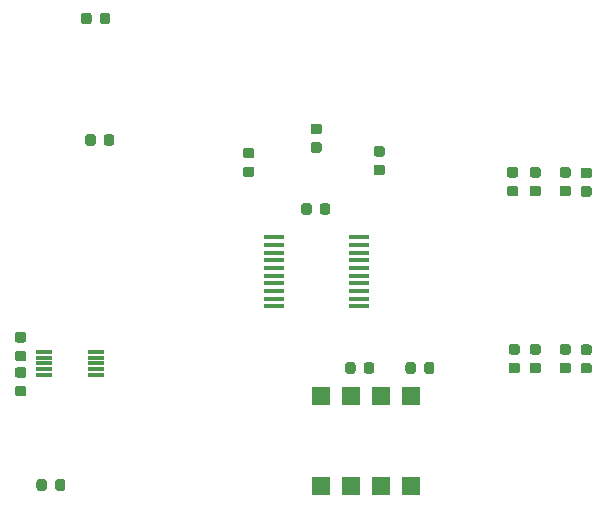
<source format=gbp>
G04 #@! TF.GenerationSoftware,KiCad,Pcbnew,(5.0.2)-1*
G04 #@! TF.CreationDate,2019-02-15T13:53:22+00:00*
G04 #@! TF.ProjectId,panel,70616e65-6c2e-46b6-9963-61645f706362,rev?*
G04 #@! TF.SameCoordinates,Original*
G04 #@! TF.FileFunction,Paste,Bot*
G04 #@! TF.FilePolarity,Positive*
%FSLAX46Y46*%
G04 Gerber Fmt 4.6, Leading zero omitted, Abs format (unit mm)*
G04 Created by KiCad (PCBNEW (5.0.2)-1) date 15/02/2019 13:53:22*
%MOMM*%
%LPD*%
G01*
G04 APERTURE LIST*
%ADD10C,0.100000*%
%ADD11C,0.875000*%
%ADD12R,1.750000X0.450000*%
%ADD13R,1.600000X1.600000*%
%ADD14R,1.400000X0.300000*%
G04 APERTURE END LIST*
D10*
G04 #@! TO.C,4k1*
G36*
X149820191Y-64155553D02*
X149841426Y-64158703D01*
X149862250Y-64163919D01*
X149882462Y-64171151D01*
X149901868Y-64180330D01*
X149920281Y-64191366D01*
X149937524Y-64204154D01*
X149953430Y-64218570D01*
X149967846Y-64234476D01*
X149980634Y-64251719D01*
X149991670Y-64270132D01*
X150000849Y-64289538D01*
X150008081Y-64309750D01*
X150013297Y-64330574D01*
X150016447Y-64351809D01*
X150017500Y-64373250D01*
X150017500Y-64810750D01*
X150016447Y-64832191D01*
X150013297Y-64853426D01*
X150008081Y-64874250D01*
X150000849Y-64894462D01*
X149991670Y-64913868D01*
X149980634Y-64932281D01*
X149967846Y-64949524D01*
X149953430Y-64965430D01*
X149937524Y-64979846D01*
X149920281Y-64992634D01*
X149901868Y-65003670D01*
X149882462Y-65012849D01*
X149862250Y-65020081D01*
X149841426Y-65025297D01*
X149820191Y-65028447D01*
X149798750Y-65029500D01*
X149286250Y-65029500D01*
X149264809Y-65028447D01*
X149243574Y-65025297D01*
X149222750Y-65020081D01*
X149202538Y-65012849D01*
X149183132Y-65003670D01*
X149164719Y-64992634D01*
X149147476Y-64979846D01*
X149131570Y-64965430D01*
X149117154Y-64949524D01*
X149104366Y-64932281D01*
X149093330Y-64913868D01*
X149084151Y-64894462D01*
X149076919Y-64874250D01*
X149071703Y-64853426D01*
X149068553Y-64832191D01*
X149067500Y-64810750D01*
X149067500Y-64373250D01*
X149068553Y-64351809D01*
X149071703Y-64330574D01*
X149076919Y-64309750D01*
X149084151Y-64289538D01*
X149093330Y-64270132D01*
X149104366Y-64251719D01*
X149117154Y-64234476D01*
X149131570Y-64218570D01*
X149147476Y-64204154D01*
X149164719Y-64191366D01*
X149183132Y-64180330D01*
X149202538Y-64171151D01*
X149222750Y-64163919D01*
X149243574Y-64158703D01*
X149264809Y-64155553D01*
X149286250Y-64154500D01*
X149798750Y-64154500D01*
X149820191Y-64155553D01*
X149820191Y-64155553D01*
G37*
D11*
X149542500Y-64592000D03*
D10*
G36*
X149820191Y-65730553D02*
X149841426Y-65733703D01*
X149862250Y-65738919D01*
X149882462Y-65746151D01*
X149901868Y-65755330D01*
X149920281Y-65766366D01*
X149937524Y-65779154D01*
X149953430Y-65793570D01*
X149967846Y-65809476D01*
X149980634Y-65826719D01*
X149991670Y-65845132D01*
X150000849Y-65864538D01*
X150008081Y-65884750D01*
X150013297Y-65905574D01*
X150016447Y-65926809D01*
X150017500Y-65948250D01*
X150017500Y-66385750D01*
X150016447Y-66407191D01*
X150013297Y-66428426D01*
X150008081Y-66449250D01*
X150000849Y-66469462D01*
X149991670Y-66488868D01*
X149980634Y-66507281D01*
X149967846Y-66524524D01*
X149953430Y-66540430D01*
X149937524Y-66554846D01*
X149920281Y-66567634D01*
X149901868Y-66578670D01*
X149882462Y-66587849D01*
X149862250Y-66595081D01*
X149841426Y-66600297D01*
X149820191Y-66603447D01*
X149798750Y-66604500D01*
X149286250Y-66604500D01*
X149264809Y-66603447D01*
X149243574Y-66600297D01*
X149222750Y-66595081D01*
X149202538Y-66587849D01*
X149183132Y-66578670D01*
X149164719Y-66567634D01*
X149147476Y-66554846D01*
X149131570Y-66540430D01*
X149117154Y-66524524D01*
X149104366Y-66507281D01*
X149093330Y-66488868D01*
X149084151Y-66469462D01*
X149076919Y-66449250D01*
X149071703Y-66428426D01*
X149068553Y-66407191D01*
X149067500Y-66385750D01*
X149067500Y-65948250D01*
X149068553Y-65926809D01*
X149071703Y-65905574D01*
X149076919Y-65884750D01*
X149084151Y-65864538D01*
X149093330Y-65845132D01*
X149104366Y-65826719D01*
X149117154Y-65809476D01*
X149131570Y-65793570D01*
X149147476Y-65779154D01*
X149164719Y-65766366D01*
X149183132Y-65755330D01*
X149202538Y-65746151D01*
X149222750Y-65738919D01*
X149243574Y-65733703D01*
X149264809Y-65730553D01*
X149286250Y-65729500D01*
X149798750Y-65729500D01*
X149820191Y-65730553D01*
X149820191Y-65730553D01*
G37*
D11*
X149542500Y-66167000D03*
G04 #@! TD*
D10*
G04 #@! TO.C,4k2*
G36*
X149820191Y-80716553D02*
X149841426Y-80719703D01*
X149862250Y-80724919D01*
X149882462Y-80732151D01*
X149901868Y-80741330D01*
X149920281Y-80752366D01*
X149937524Y-80765154D01*
X149953430Y-80779570D01*
X149967846Y-80795476D01*
X149980634Y-80812719D01*
X149991670Y-80831132D01*
X150000849Y-80850538D01*
X150008081Y-80870750D01*
X150013297Y-80891574D01*
X150016447Y-80912809D01*
X150017500Y-80934250D01*
X150017500Y-81371750D01*
X150016447Y-81393191D01*
X150013297Y-81414426D01*
X150008081Y-81435250D01*
X150000849Y-81455462D01*
X149991670Y-81474868D01*
X149980634Y-81493281D01*
X149967846Y-81510524D01*
X149953430Y-81526430D01*
X149937524Y-81540846D01*
X149920281Y-81553634D01*
X149901868Y-81564670D01*
X149882462Y-81573849D01*
X149862250Y-81581081D01*
X149841426Y-81586297D01*
X149820191Y-81589447D01*
X149798750Y-81590500D01*
X149286250Y-81590500D01*
X149264809Y-81589447D01*
X149243574Y-81586297D01*
X149222750Y-81581081D01*
X149202538Y-81573849D01*
X149183132Y-81564670D01*
X149164719Y-81553634D01*
X149147476Y-81540846D01*
X149131570Y-81526430D01*
X149117154Y-81510524D01*
X149104366Y-81493281D01*
X149093330Y-81474868D01*
X149084151Y-81455462D01*
X149076919Y-81435250D01*
X149071703Y-81414426D01*
X149068553Y-81393191D01*
X149067500Y-81371750D01*
X149067500Y-80934250D01*
X149068553Y-80912809D01*
X149071703Y-80891574D01*
X149076919Y-80870750D01*
X149084151Y-80850538D01*
X149093330Y-80831132D01*
X149104366Y-80812719D01*
X149117154Y-80795476D01*
X149131570Y-80779570D01*
X149147476Y-80765154D01*
X149164719Y-80752366D01*
X149183132Y-80741330D01*
X149202538Y-80732151D01*
X149222750Y-80724919D01*
X149243574Y-80719703D01*
X149264809Y-80716553D01*
X149286250Y-80715500D01*
X149798750Y-80715500D01*
X149820191Y-80716553D01*
X149820191Y-80716553D01*
G37*
D11*
X149542500Y-81153000D03*
D10*
G36*
X149820191Y-79141553D02*
X149841426Y-79144703D01*
X149862250Y-79149919D01*
X149882462Y-79157151D01*
X149901868Y-79166330D01*
X149920281Y-79177366D01*
X149937524Y-79190154D01*
X149953430Y-79204570D01*
X149967846Y-79220476D01*
X149980634Y-79237719D01*
X149991670Y-79256132D01*
X150000849Y-79275538D01*
X150008081Y-79295750D01*
X150013297Y-79316574D01*
X150016447Y-79337809D01*
X150017500Y-79359250D01*
X150017500Y-79796750D01*
X150016447Y-79818191D01*
X150013297Y-79839426D01*
X150008081Y-79860250D01*
X150000849Y-79880462D01*
X149991670Y-79899868D01*
X149980634Y-79918281D01*
X149967846Y-79935524D01*
X149953430Y-79951430D01*
X149937524Y-79965846D01*
X149920281Y-79978634D01*
X149901868Y-79989670D01*
X149882462Y-79998849D01*
X149862250Y-80006081D01*
X149841426Y-80011297D01*
X149820191Y-80014447D01*
X149798750Y-80015500D01*
X149286250Y-80015500D01*
X149264809Y-80014447D01*
X149243574Y-80011297D01*
X149222750Y-80006081D01*
X149202538Y-79998849D01*
X149183132Y-79989670D01*
X149164719Y-79978634D01*
X149147476Y-79965846D01*
X149131570Y-79951430D01*
X149117154Y-79935524D01*
X149104366Y-79918281D01*
X149093330Y-79899868D01*
X149084151Y-79880462D01*
X149076919Y-79860250D01*
X149071703Y-79839426D01*
X149068553Y-79818191D01*
X149067500Y-79796750D01*
X149067500Y-79359250D01*
X149068553Y-79337809D01*
X149071703Y-79316574D01*
X149076919Y-79295750D01*
X149084151Y-79275538D01*
X149093330Y-79256132D01*
X149104366Y-79237719D01*
X149117154Y-79220476D01*
X149131570Y-79204570D01*
X149147476Y-79190154D01*
X149164719Y-79177366D01*
X149183132Y-79166330D01*
X149202538Y-79157151D01*
X149222750Y-79149919D01*
X149243574Y-79144703D01*
X149264809Y-79141553D01*
X149286250Y-79140500D01*
X149798750Y-79140500D01*
X149820191Y-79141553D01*
X149820191Y-79141553D01*
G37*
D11*
X149542500Y-79578000D03*
G04 #@! TD*
D10*
G04 #@! TO.C,4k3*
G36*
X147280191Y-80716553D02*
X147301426Y-80719703D01*
X147322250Y-80724919D01*
X147342462Y-80732151D01*
X147361868Y-80741330D01*
X147380281Y-80752366D01*
X147397524Y-80765154D01*
X147413430Y-80779570D01*
X147427846Y-80795476D01*
X147440634Y-80812719D01*
X147451670Y-80831132D01*
X147460849Y-80850538D01*
X147468081Y-80870750D01*
X147473297Y-80891574D01*
X147476447Y-80912809D01*
X147477500Y-80934250D01*
X147477500Y-81371750D01*
X147476447Y-81393191D01*
X147473297Y-81414426D01*
X147468081Y-81435250D01*
X147460849Y-81455462D01*
X147451670Y-81474868D01*
X147440634Y-81493281D01*
X147427846Y-81510524D01*
X147413430Y-81526430D01*
X147397524Y-81540846D01*
X147380281Y-81553634D01*
X147361868Y-81564670D01*
X147342462Y-81573849D01*
X147322250Y-81581081D01*
X147301426Y-81586297D01*
X147280191Y-81589447D01*
X147258750Y-81590500D01*
X146746250Y-81590500D01*
X146724809Y-81589447D01*
X146703574Y-81586297D01*
X146682750Y-81581081D01*
X146662538Y-81573849D01*
X146643132Y-81564670D01*
X146624719Y-81553634D01*
X146607476Y-81540846D01*
X146591570Y-81526430D01*
X146577154Y-81510524D01*
X146564366Y-81493281D01*
X146553330Y-81474868D01*
X146544151Y-81455462D01*
X146536919Y-81435250D01*
X146531703Y-81414426D01*
X146528553Y-81393191D01*
X146527500Y-81371750D01*
X146527500Y-80934250D01*
X146528553Y-80912809D01*
X146531703Y-80891574D01*
X146536919Y-80870750D01*
X146544151Y-80850538D01*
X146553330Y-80831132D01*
X146564366Y-80812719D01*
X146577154Y-80795476D01*
X146591570Y-80779570D01*
X146607476Y-80765154D01*
X146624719Y-80752366D01*
X146643132Y-80741330D01*
X146662538Y-80732151D01*
X146682750Y-80724919D01*
X146703574Y-80719703D01*
X146724809Y-80716553D01*
X146746250Y-80715500D01*
X147258750Y-80715500D01*
X147280191Y-80716553D01*
X147280191Y-80716553D01*
G37*
D11*
X147002500Y-81153000D03*
D10*
G36*
X147280191Y-79141553D02*
X147301426Y-79144703D01*
X147322250Y-79149919D01*
X147342462Y-79157151D01*
X147361868Y-79166330D01*
X147380281Y-79177366D01*
X147397524Y-79190154D01*
X147413430Y-79204570D01*
X147427846Y-79220476D01*
X147440634Y-79237719D01*
X147451670Y-79256132D01*
X147460849Y-79275538D01*
X147468081Y-79295750D01*
X147473297Y-79316574D01*
X147476447Y-79337809D01*
X147477500Y-79359250D01*
X147477500Y-79796750D01*
X147476447Y-79818191D01*
X147473297Y-79839426D01*
X147468081Y-79860250D01*
X147460849Y-79880462D01*
X147451670Y-79899868D01*
X147440634Y-79918281D01*
X147427846Y-79935524D01*
X147413430Y-79951430D01*
X147397524Y-79965846D01*
X147380281Y-79978634D01*
X147361868Y-79989670D01*
X147342462Y-79998849D01*
X147322250Y-80006081D01*
X147301426Y-80011297D01*
X147280191Y-80014447D01*
X147258750Y-80015500D01*
X146746250Y-80015500D01*
X146724809Y-80014447D01*
X146703574Y-80011297D01*
X146682750Y-80006081D01*
X146662538Y-79998849D01*
X146643132Y-79989670D01*
X146624719Y-79978634D01*
X146607476Y-79965846D01*
X146591570Y-79951430D01*
X146577154Y-79935524D01*
X146564366Y-79918281D01*
X146553330Y-79899868D01*
X146544151Y-79880462D01*
X146536919Y-79860250D01*
X146531703Y-79839426D01*
X146528553Y-79818191D01*
X146527500Y-79796750D01*
X146527500Y-79359250D01*
X146528553Y-79337809D01*
X146531703Y-79316574D01*
X146536919Y-79295750D01*
X146544151Y-79275538D01*
X146553330Y-79256132D01*
X146564366Y-79237719D01*
X146577154Y-79220476D01*
X146591570Y-79204570D01*
X146607476Y-79190154D01*
X146624719Y-79177366D01*
X146643132Y-79166330D01*
X146662538Y-79157151D01*
X146682750Y-79149919D01*
X146703574Y-79144703D01*
X146724809Y-79141553D01*
X146746250Y-79140500D01*
X147258750Y-79140500D01*
X147280191Y-79141553D01*
X147280191Y-79141553D01*
G37*
D11*
X147002500Y-79578000D03*
G04 #@! TD*
D10*
G04 #@! TO.C,4k7*
G36*
X147280191Y-65730553D02*
X147301426Y-65733703D01*
X147322250Y-65738919D01*
X147342462Y-65746151D01*
X147361868Y-65755330D01*
X147380281Y-65766366D01*
X147397524Y-65779154D01*
X147413430Y-65793570D01*
X147427846Y-65809476D01*
X147440634Y-65826719D01*
X147451670Y-65845132D01*
X147460849Y-65864538D01*
X147468081Y-65884750D01*
X147473297Y-65905574D01*
X147476447Y-65926809D01*
X147477500Y-65948250D01*
X147477500Y-66385750D01*
X147476447Y-66407191D01*
X147473297Y-66428426D01*
X147468081Y-66449250D01*
X147460849Y-66469462D01*
X147451670Y-66488868D01*
X147440634Y-66507281D01*
X147427846Y-66524524D01*
X147413430Y-66540430D01*
X147397524Y-66554846D01*
X147380281Y-66567634D01*
X147361868Y-66578670D01*
X147342462Y-66587849D01*
X147322250Y-66595081D01*
X147301426Y-66600297D01*
X147280191Y-66603447D01*
X147258750Y-66604500D01*
X146746250Y-66604500D01*
X146724809Y-66603447D01*
X146703574Y-66600297D01*
X146682750Y-66595081D01*
X146662538Y-66587849D01*
X146643132Y-66578670D01*
X146624719Y-66567634D01*
X146607476Y-66554846D01*
X146591570Y-66540430D01*
X146577154Y-66524524D01*
X146564366Y-66507281D01*
X146553330Y-66488868D01*
X146544151Y-66469462D01*
X146536919Y-66449250D01*
X146531703Y-66428426D01*
X146528553Y-66407191D01*
X146527500Y-66385750D01*
X146527500Y-65948250D01*
X146528553Y-65926809D01*
X146531703Y-65905574D01*
X146536919Y-65884750D01*
X146544151Y-65864538D01*
X146553330Y-65845132D01*
X146564366Y-65826719D01*
X146577154Y-65809476D01*
X146591570Y-65793570D01*
X146607476Y-65779154D01*
X146624719Y-65766366D01*
X146643132Y-65755330D01*
X146662538Y-65746151D01*
X146682750Y-65738919D01*
X146703574Y-65733703D01*
X146724809Y-65730553D01*
X146746250Y-65729500D01*
X147258750Y-65729500D01*
X147280191Y-65730553D01*
X147280191Y-65730553D01*
G37*
D11*
X147002500Y-66167000D03*
D10*
G36*
X147280191Y-64155553D02*
X147301426Y-64158703D01*
X147322250Y-64163919D01*
X147342462Y-64171151D01*
X147361868Y-64180330D01*
X147380281Y-64191366D01*
X147397524Y-64204154D01*
X147413430Y-64218570D01*
X147427846Y-64234476D01*
X147440634Y-64251719D01*
X147451670Y-64270132D01*
X147460849Y-64289538D01*
X147468081Y-64309750D01*
X147473297Y-64330574D01*
X147476447Y-64351809D01*
X147477500Y-64373250D01*
X147477500Y-64810750D01*
X147476447Y-64832191D01*
X147473297Y-64853426D01*
X147468081Y-64874250D01*
X147460849Y-64894462D01*
X147451670Y-64913868D01*
X147440634Y-64932281D01*
X147427846Y-64949524D01*
X147413430Y-64965430D01*
X147397524Y-64979846D01*
X147380281Y-64992634D01*
X147361868Y-65003670D01*
X147342462Y-65012849D01*
X147322250Y-65020081D01*
X147301426Y-65025297D01*
X147280191Y-65028447D01*
X147258750Y-65029500D01*
X146746250Y-65029500D01*
X146724809Y-65028447D01*
X146703574Y-65025297D01*
X146682750Y-65020081D01*
X146662538Y-65012849D01*
X146643132Y-65003670D01*
X146624719Y-64992634D01*
X146607476Y-64979846D01*
X146591570Y-64965430D01*
X146577154Y-64949524D01*
X146564366Y-64932281D01*
X146553330Y-64913868D01*
X146544151Y-64894462D01*
X146536919Y-64874250D01*
X146531703Y-64853426D01*
X146528553Y-64832191D01*
X146527500Y-64810750D01*
X146527500Y-64373250D01*
X146528553Y-64351809D01*
X146531703Y-64330574D01*
X146536919Y-64309750D01*
X146544151Y-64289538D01*
X146553330Y-64270132D01*
X146564366Y-64251719D01*
X146577154Y-64234476D01*
X146591570Y-64218570D01*
X146607476Y-64204154D01*
X146624719Y-64191366D01*
X146643132Y-64180330D01*
X146662538Y-64171151D01*
X146682750Y-64163919D01*
X146703574Y-64158703D01*
X146724809Y-64155553D01*
X146746250Y-64154500D01*
X147258750Y-64154500D01*
X147280191Y-64155553D01*
X147280191Y-64155553D01*
G37*
D11*
X147002500Y-64592000D03*
G04 #@! TD*
D10*
G04 #@! TO.C,C1*
G36*
X103719191Y-81097553D02*
X103740426Y-81100703D01*
X103761250Y-81105919D01*
X103781462Y-81113151D01*
X103800868Y-81122330D01*
X103819281Y-81133366D01*
X103836524Y-81146154D01*
X103852430Y-81160570D01*
X103866846Y-81176476D01*
X103879634Y-81193719D01*
X103890670Y-81212132D01*
X103899849Y-81231538D01*
X103907081Y-81251750D01*
X103912297Y-81272574D01*
X103915447Y-81293809D01*
X103916500Y-81315250D01*
X103916500Y-81752750D01*
X103915447Y-81774191D01*
X103912297Y-81795426D01*
X103907081Y-81816250D01*
X103899849Y-81836462D01*
X103890670Y-81855868D01*
X103879634Y-81874281D01*
X103866846Y-81891524D01*
X103852430Y-81907430D01*
X103836524Y-81921846D01*
X103819281Y-81934634D01*
X103800868Y-81945670D01*
X103781462Y-81954849D01*
X103761250Y-81962081D01*
X103740426Y-81967297D01*
X103719191Y-81970447D01*
X103697750Y-81971500D01*
X103185250Y-81971500D01*
X103163809Y-81970447D01*
X103142574Y-81967297D01*
X103121750Y-81962081D01*
X103101538Y-81954849D01*
X103082132Y-81945670D01*
X103063719Y-81934634D01*
X103046476Y-81921846D01*
X103030570Y-81907430D01*
X103016154Y-81891524D01*
X103003366Y-81874281D01*
X102992330Y-81855868D01*
X102983151Y-81836462D01*
X102975919Y-81816250D01*
X102970703Y-81795426D01*
X102967553Y-81774191D01*
X102966500Y-81752750D01*
X102966500Y-81315250D01*
X102967553Y-81293809D01*
X102970703Y-81272574D01*
X102975919Y-81251750D01*
X102983151Y-81231538D01*
X102992330Y-81212132D01*
X103003366Y-81193719D01*
X103016154Y-81176476D01*
X103030570Y-81160570D01*
X103046476Y-81146154D01*
X103063719Y-81133366D01*
X103082132Y-81122330D01*
X103101538Y-81113151D01*
X103121750Y-81105919D01*
X103142574Y-81100703D01*
X103163809Y-81097553D01*
X103185250Y-81096500D01*
X103697750Y-81096500D01*
X103719191Y-81097553D01*
X103719191Y-81097553D01*
G37*
D11*
X103441500Y-81534000D03*
D10*
G36*
X103719191Y-82672553D02*
X103740426Y-82675703D01*
X103761250Y-82680919D01*
X103781462Y-82688151D01*
X103800868Y-82697330D01*
X103819281Y-82708366D01*
X103836524Y-82721154D01*
X103852430Y-82735570D01*
X103866846Y-82751476D01*
X103879634Y-82768719D01*
X103890670Y-82787132D01*
X103899849Y-82806538D01*
X103907081Y-82826750D01*
X103912297Y-82847574D01*
X103915447Y-82868809D01*
X103916500Y-82890250D01*
X103916500Y-83327750D01*
X103915447Y-83349191D01*
X103912297Y-83370426D01*
X103907081Y-83391250D01*
X103899849Y-83411462D01*
X103890670Y-83430868D01*
X103879634Y-83449281D01*
X103866846Y-83466524D01*
X103852430Y-83482430D01*
X103836524Y-83496846D01*
X103819281Y-83509634D01*
X103800868Y-83520670D01*
X103781462Y-83529849D01*
X103761250Y-83537081D01*
X103740426Y-83542297D01*
X103719191Y-83545447D01*
X103697750Y-83546500D01*
X103185250Y-83546500D01*
X103163809Y-83545447D01*
X103142574Y-83542297D01*
X103121750Y-83537081D01*
X103101538Y-83529849D01*
X103082132Y-83520670D01*
X103063719Y-83509634D01*
X103046476Y-83496846D01*
X103030570Y-83482430D01*
X103016154Y-83466524D01*
X103003366Y-83449281D01*
X102992330Y-83430868D01*
X102983151Y-83411462D01*
X102975919Y-83391250D01*
X102970703Y-83370426D01*
X102967553Y-83349191D01*
X102966500Y-83327750D01*
X102966500Y-82890250D01*
X102967553Y-82868809D01*
X102970703Y-82847574D01*
X102975919Y-82826750D01*
X102983151Y-82806538D01*
X102992330Y-82787132D01*
X103003366Y-82768719D01*
X103016154Y-82751476D01*
X103030570Y-82735570D01*
X103046476Y-82721154D01*
X103063719Y-82708366D01*
X103082132Y-82697330D01*
X103101538Y-82688151D01*
X103121750Y-82680919D01*
X103142574Y-82675703D01*
X103163809Y-82672553D01*
X103185250Y-82671500D01*
X103697750Y-82671500D01*
X103719191Y-82672553D01*
X103719191Y-82672553D01*
G37*
D11*
X103441500Y-83109000D03*
G04 #@! TD*
D10*
G04 #@! TO.C,C2*
G36*
X103719191Y-79700553D02*
X103740426Y-79703703D01*
X103761250Y-79708919D01*
X103781462Y-79716151D01*
X103800868Y-79725330D01*
X103819281Y-79736366D01*
X103836524Y-79749154D01*
X103852430Y-79763570D01*
X103866846Y-79779476D01*
X103879634Y-79796719D01*
X103890670Y-79815132D01*
X103899849Y-79834538D01*
X103907081Y-79854750D01*
X103912297Y-79875574D01*
X103915447Y-79896809D01*
X103916500Y-79918250D01*
X103916500Y-80355750D01*
X103915447Y-80377191D01*
X103912297Y-80398426D01*
X103907081Y-80419250D01*
X103899849Y-80439462D01*
X103890670Y-80458868D01*
X103879634Y-80477281D01*
X103866846Y-80494524D01*
X103852430Y-80510430D01*
X103836524Y-80524846D01*
X103819281Y-80537634D01*
X103800868Y-80548670D01*
X103781462Y-80557849D01*
X103761250Y-80565081D01*
X103740426Y-80570297D01*
X103719191Y-80573447D01*
X103697750Y-80574500D01*
X103185250Y-80574500D01*
X103163809Y-80573447D01*
X103142574Y-80570297D01*
X103121750Y-80565081D01*
X103101538Y-80557849D01*
X103082132Y-80548670D01*
X103063719Y-80537634D01*
X103046476Y-80524846D01*
X103030570Y-80510430D01*
X103016154Y-80494524D01*
X103003366Y-80477281D01*
X102992330Y-80458868D01*
X102983151Y-80439462D01*
X102975919Y-80419250D01*
X102970703Y-80398426D01*
X102967553Y-80377191D01*
X102966500Y-80355750D01*
X102966500Y-79918250D01*
X102967553Y-79896809D01*
X102970703Y-79875574D01*
X102975919Y-79854750D01*
X102983151Y-79834538D01*
X102992330Y-79815132D01*
X103003366Y-79796719D01*
X103016154Y-79779476D01*
X103030570Y-79763570D01*
X103046476Y-79749154D01*
X103063719Y-79736366D01*
X103082132Y-79725330D01*
X103101538Y-79716151D01*
X103121750Y-79708919D01*
X103142574Y-79703703D01*
X103163809Y-79700553D01*
X103185250Y-79699500D01*
X103697750Y-79699500D01*
X103719191Y-79700553D01*
X103719191Y-79700553D01*
G37*
D11*
X103441500Y-80137000D03*
D10*
G36*
X103719191Y-78125553D02*
X103740426Y-78128703D01*
X103761250Y-78133919D01*
X103781462Y-78141151D01*
X103800868Y-78150330D01*
X103819281Y-78161366D01*
X103836524Y-78174154D01*
X103852430Y-78188570D01*
X103866846Y-78204476D01*
X103879634Y-78221719D01*
X103890670Y-78240132D01*
X103899849Y-78259538D01*
X103907081Y-78279750D01*
X103912297Y-78300574D01*
X103915447Y-78321809D01*
X103916500Y-78343250D01*
X103916500Y-78780750D01*
X103915447Y-78802191D01*
X103912297Y-78823426D01*
X103907081Y-78844250D01*
X103899849Y-78864462D01*
X103890670Y-78883868D01*
X103879634Y-78902281D01*
X103866846Y-78919524D01*
X103852430Y-78935430D01*
X103836524Y-78949846D01*
X103819281Y-78962634D01*
X103800868Y-78973670D01*
X103781462Y-78982849D01*
X103761250Y-78990081D01*
X103740426Y-78995297D01*
X103719191Y-78998447D01*
X103697750Y-78999500D01*
X103185250Y-78999500D01*
X103163809Y-78998447D01*
X103142574Y-78995297D01*
X103121750Y-78990081D01*
X103101538Y-78982849D01*
X103082132Y-78973670D01*
X103063719Y-78962634D01*
X103046476Y-78949846D01*
X103030570Y-78935430D01*
X103016154Y-78919524D01*
X103003366Y-78902281D01*
X102992330Y-78883868D01*
X102983151Y-78864462D01*
X102975919Y-78844250D01*
X102970703Y-78823426D01*
X102967553Y-78802191D01*
X102966500Y-78780750D01*
X102966500Y-78343250D01*
X102967553Y-78321809D01*
X102970703Y-78300574D01*
X102975919Y-78279750D01*
X102983151Y-78259538D01*
X102992330Y-78240132D01*
X103003366Y-78221719D01*
X103016154Y-78204476D01*
X103030570Y-78188570D01*
X103046476Y-78174154D01*
X103063719Y-78161366D01*
X103082132Y-78150330D01*
X103101538Y-78141151D01*
X103121750Y-78133919D01*
X103142574Y-78128703D01*
X103163809Y-78125553D01*
X103185250Y-78124500D01*
X103697750Y-78124500D01*
X103719191Y-78125553D01*
X103719191Y-78125553D01*
G37*
D11*
X103441500Y-78562000D03*
G04 #@! TD*
D10*
G04 #@! TO.C,C3*
G36*
X107034691Y-90585053D02*
X107055926Y-90588203D01*
X107076750Y-90593419D01*
X107096962Y-90600651D01*
X107116368Y-90609830D01*
X107134781Y-90620866D01*
X107152024Y-90633654D01*
X107167930Y-90648070D01*
X107182346Y-90663976D01*
X107195134Y-90681219D01*
X107206170Y-90699632D01*
X107215349Y-90719038D01*
X107222581Y-90739250D01*
X107227797Y-90760074D01*
X107230947Y-90781309D01*
X107232000Y-90802750D01*
X107232000Y-91315250D01*
X107230947Y-91336691D01*
X107227797Y-91357926D01*
X107222581Y-91378750D01*
X107215349Y-91398962D01*
X107206170Y-91418368D01*
X107195134Y-91436781D01*
X107182346Y-91454024D01*
X107167930Y-91469930D01*
X107152024Y-91484346D01*
X107134781Y-91497134D01*
X107116368Y-91508170D01*
X107096962Y-91517349D01*
X107076750Y-91524581D01*
X107055926Y-91529797D01*
X107034691Y-91532947D01*
X107013250Y-91534000D01*
X106575750Y-91534000D01*
X106554309Y-91532947D01*
X106533074Y-91529797D01*
X106512250Y-91524581D01*
X106492038Y-91517349D01*
X106472632Y-91508170D01*
X106454219Y-91497134D01*
X106436976Y-91484346D01*
X106421070Y-91469930D01*
X106406654Y-91454024D01*
X106393866Y-91436781D01*
X106382830Y-91418368D01*
X106373651Y-91398962D01*
X106366419Y-91378750D01*
X106361203Y-91357926D01*
X106358053Y-91336691D01*
X106357000Y-91315250D01*
X106357000Y-90802750D01*
X106358053Y-90781309D01*
X106361203Y-90760074D01*
X106366419Y-90739250D01*
X106373651Y-90719038D01*
X106382830Y-90699632D01*
X106393866Y-90681219D01*
X106406654Y-90663976D01*
X106421070Y-90648070D01*
X106436976Y-90633654D01*
X106454219Y-90620866D01*
X106472632Y-90609830D01*
X106492038Y-90600651D01*
X106512250Y-90593419D01*
X106533074Y-90588203D01*
X106554309Y-90585053D01*
X106575750Y-90584000D01*
X107013250Y-90584000D01*
X107034691Y-90585053D01*
X107034691Y-90585053D01*
G37*
D11*
X106794500Y-91059000D03*
D10*
G36*
X105459691Y-90585053D02*
X105480926Y-90588203D01*
X105501750Y-90593419D01*
X105521962Y-90600651D01*
X105541368Y-90609830D01*
X105559781Y-90620866D01*
X105577024Y-90633654D01*
X105592930Y-90648070D01*
X105607346Y-90663976D01*
X105620134Y-90681219D01*
X105631170Y-90699632D01*
X105640349Y-90719038D01*
X105647581Y-90739250D01*
X105652797Y-90760074D01*
X105655947Y-90781309D01*
X105657000Y-90802750D01*
X105657000Y-91315250D01*
X105655947Y-91336691D01*
X105652797Y-91357926D01*
X105647581Y-91378750D01*
X105640349Y-91398962D01*
X105631170Y-91418368D01*
X105620134Y-91436781D01*
X105607346Y-91454024D01*
X105592930Y-91469930D01*
X105577024Y-91484346D01*
X105559781Y-91497134D01*
X105541368Y-91508170D01*
X105521962Y-91517349D01*
X105501750Y-91524581D01*
X105480926Y-91529797D01*
X105459691Y-91532947D01*
X105438250Y-91534000D01*
X105000750Y-91534000D01*
X104979309Y-91532947D01*
X104958074Y-91529797D01*
X104937250Y-91524581D01*
X104917038Y-91517349D01*
X104897632Y-91508170D01*
X104879219Y-91497134D01*
X104861976Y-91484346D01*
X104846070Y-91469930D01*
X104831654Y-91454024D01*
X104818866Y-91436781D01*
X104807830Y-91418368D01*
X104798651Y-91398962D01*
X104791419Y-91378750D01*
X104786203Y-91357926D01*
X104783053Y-91336691D01*
X104782000Y-91315250D01*
X104782000Y-90802750D01*
X104783053Y-90781309D01*
X104786203Y-90760074D01*
X104791419Y-90739250D01*
X104798651Y-90719038D01*
X104807830Y-90699632D01*
X104818866Y-90681219D01*
X104831654Y-90663976D01*
X104846070Y-90648070D01*
X104861976Y-90633654D01*
X104879219Y-90620866D01*
X104897632Y-90609830D01*
X104917038Y-90600651D01*
X104937250Y-90593419D01*
X104958074Y-90588203D01*
X104979309Y-90585053D01*
X105000750Y-90584000D01*
X105438250Y-90584000D01*
X105459691Y-90585053D01*
X105459691Y-90585053D01*
G37*
D11*
X105219500Y-91059000D03*
G04 #@! TD*
D10*
G04 #@! TO.C,C6*
G36*
X151598191Y-65781553D02*
X151619426Y-65784703D01*
X151640250Y-65789919D01*
X151660462Y-65797151D01*
X151679868Y-65806330D01*
X151698281Y-65817366D01*
X151715524Y-65830154D01*
X151731430Y-65844570D01*
X151745846Y-65860476D01*
X151758634Y-65877719D01*
X151769670Y-65896132D01*
X151778849Y-65915538D01*
X151786081Y-65935750D01*
X151791297Y-65956574D01*
X151794447Y-65977809D01*
X151795500Y-65999250D01*
X151795500Y-66436750D01*
X151794447Y-66458191D01*
X151791297Y-66479426D01*
X151786081Y-66500250D01*
X151778849Y-66520462D01*
X151769670Y-66539868D01*
X151758634Y-66558281D01*
X151745846Y-66575524D01*
X151731430Y-66591430D01*
X151715524Y-66605846D01*
X151698281Y-66618634D01*
X151679868Y-66629670D01*
X151660462Y-66638849D01*
X151640250Y-66646081D01*
X151619426Y-66651297D01*
X151598191Y-66654447D01*
X151576750Y-66655500D01*
X151064250Y-66655500D01*
X151042809Y-66654447D01*
X151021574Y-66651297D01*
X151000750Y-66646081D01*
X150980538Y-66638849D01*
X150961132Y-66629670D01*
X150942719Y-66618634D01*
X150925476Y-66605846D01*
X150909570Y-66591430D01*
X150895154Y-66575524D01*
X150882366Y-66558281D01*
X150871330Y-66539868D01*
X150862151Y-66520462D01*
X150854919Y-66500250D01*
X150849703Y-66479426D01*
X150846553Y-66458191D01*
X150845500Y-66436750D01*
X150845500Y-65999250D01*
X150846553Y-65977809D01*
X150849703Y-65956574D01*
X150854919Y-65935750D01*
X150862151Y-65915538D01*
X150871330Y-65896132D01*
X150882366Y-65877719D01*
X150895154Y-65860476D01*
X150909570Y-65844570D01*
X150925476Y-65830154D01*
X150942719Y-65817366D01*
X150961132Y-65806330D01*
X150980538Y-65797151D01*
X151000750Y-65789919D01*
X151021574Y-65784703D01*
X151042809Y-65781553D01*
X151064250Y-65780500D01*
X151576750Y-65780500D01*
X151598191Y-65781553D01*
X151598191Y-65781553D01*
G37*
D11*
X151320500Y-66218000D03*
D10*
G36*
X151598191Y-64206553D02*
X151619426Y-64209703D01*
X151640250Y-64214919D01*
X151660462Y-64222151D01*
X151679868Y-64231330D01*
X151698281Y-64242366D01*
X151715524Y-64255154D01*
X151731430Y-64269570D01*
X151745846Y-64285476D01*
X151758634Y-64302719D01*
X151769670Y-64321132D01*
X151778849Y-64340538D01*
X151786081Y-64360750D01*
X151791297Y-64381574D01*
X151794447Y-64402809D01*
X151795500Y-64424250D01*
X151795500Y-64861750D01*
X151794447Y-64883191D01*
X151791297Y-64904426D01*
X151786081Y-64925250D01*
X151778849Y-64945462D01*
X151769670Y-64964868D01*
X151758634Y-64983281D01*
X151745846Y-65000524D01*
X151731430Y-65016430D01*
X151715524Y-65030846D01*
X151698281Y-65043634D01*
X151679868Y-65054670D01*
X151660462Y-65063849D01*
X151640250Y-65071081D01*
X151619426Y-65076297D01*
X151598191Y-65079447D01*
X151576750Y-65080500D01*
X151064250Y-65080500D01*
X151042809Y-65079447D01*
X151021574Y-65076297D01*
X151000750Y-65071081D01*
X150980538Y-65063849D01*
X150961132Y-65054670D01*
X150942719Y-65043634D01*
X150925476Y-65030846D01*
X150909570Y-65016430D01*
X150895154Y-65000524D01*
X150882366Y-64983281D01*
X150871330Y-64964868D01*
X150862151Y-64945462D01*
X150854919Y-64925250D01*
X150849703Y-64904426D01*
X150846553Y-64883191D01*
X150845500Y-64861750D01*
X150845500Y-64424250D01*
X150846553Y-64402809D01*
X150849703Y-64381574D01*
X150854919Y-64360750D01*
X150862151Y-64340538D01*
X150871330Y-64321132D01*
X150882366Y-64302719D01*
X150895154Y-64285476D01*
X150909570Y-64269570D01*
X150925476Y-64255154D01*
X150942719Y-64242366D01*
X150961132Y-64231330D01*
X150980538Y-64222151D01*
X151000750Y-64214919D01*
X151021574Y-64209703D01*
X151042809Y-64206553D01*
X151064250Y-64205500D01*
X151576750Y-64205500D01*
X151598191Y-64206553D01*
X151598191Y-64206553D01*
G37*
D11*
X151320500Y-64643000D03*
G04 #@! TD*
D10*
G04 #@! TO.C,C7*
G36*
X145375191Y-65730553D02*
X145396426Y-65733703D01*
X145417250Y-65738919D01*
X145437462Y-65746151D01*
X145456868Y-65755330D01*
X145475281Y-65766366D01*
X145492524Y-65779154D01*
X145508430Y-65793570D01*
X145522846Y-65809476D01*
X145535634Y-65826719D01*
X145546670Y-65845132D01*
X145555849Y-65864538D01*
X145563081Y-65884750D01*
X145568297Y-65905574D01*
X145571447Y-65926809D01*
X145572500Y-65948250D01*
X145572500Y-66385750D01*
X145571447Y-66407191D01*
X145568297Y-66428426D01*
X145563081Y-66449250D01*
X145555849Y-66469462D01*
X145546670Y-66488868D01*
X145535634Y-66507281D01*
X145522846Y-66524524D01*
X145508430Y-66540430D01*
X145492524Y-66554846D01*
X145475281Y-66567634D01*
X145456868Y-66578670D01*
X145437462Y-66587849D01*
X145417250Y-66595081D01*
X145396426Y-66600297D01*
X145375191Y-66603447D01*
X145353750Y-66604500D01*
X144841250Y-66604500D01*
X144819809Y-66603447D01*
X144798574Y-66600297D01*
X144777750Y-66595081D01*
X144757538Y-66587849D01*
X144738132Y-66578670D01*
X144719719Y-66567634D01*
X144702476Y-66554846D01*
X144686570Y-66540430D01*
X144672154Y-66524524D01*
X144659366Y-66507281D01*
X144648330Y-66488868D01*
X144639151Y-66469462D01*
X144631919Y-66449250D01*
X144626703Y-66428426D01*
X144623553Y-66407191D01*
X144622500Y-66385750D01*
X144622500Y-65948250D01*
X144623553Y-65926809D01*
X144626703Y-65905574D01*
X144631919Y-65884750D01*
X144639151Y-65864538D01*
X144648330Y-65845132D01*
X144659366Y-65826719D01*
X144672154Y-65809476D01*
X144686570Y-65793570D01*
X144702476Y-65779154D01*
X144719719Y-65766366D01*
X144738132Y-65755330D01*
X144757538Y-65746151D01*
X144777750Y-65738919D01*
X144798574Y-65733703D01*
X144819809Y-65730553D01*
X144841250Y-65729500D01*
X145353750Y-65729500D01*
X145375191Y-65730553D01*
X145375191Y-65730553D01*
G37*
D11*
X145097500Y-66167000D03*
D10*
G36*
X145375191Y-64155553D02*
X145396426Y-64158703D01*
X145417250Y-64163919D01*
X145437462Y-64171151D01*
X145456868Y-64180330D01*
X145475281Y-64191366D01*
X145492524Y-64204154D01*
X145508430Y-64218570D01*
X145522846Y-64234476D01*
X145535634Y-64251719D01*
X145546670Y-64270132D01*
X145555849Y-64289538D01*
X145563081Y-64309750D01*
X145568297Y-64330574D01*
X145571447Y-64351809D01*
X145572500Y-64373250D01*
X145572500Y-64810750D01*
X145571447Y-64832191D01*
X145568297Y-64853426D01*
X145563081Y-64874250D01*
X145555849Y-64894462D01*
X145546670Y-64913868D01*
X145535634Y-64932281D01*
X145522846Y-64949524D01*
X145508430Y-64965430D01*
X145492524Y-64979846D01*
X145475281Y-64992634D01*
X145456868Y-65003670D01*
X145437462Y-65012849D01*
X145417250Y-65020081D01*
X145396426Y-65025297D01*
X145375191Y-65028447D01*
X145353750Y-65029500D01*
X144841250Y-65029500D01*
X144819809Y-65028447D01*
X144798574Y-65025297D01*
X144777750Y-65020081D01*
X144757538Y-65012849D01*
X144738132Y-65003670D01*
X144719719Y-64992634D01*
X144702476Y-64979846D01*
X144686570Y-64965430D01*
X144672154Y-64949524D01*
X144659366Y-64932281D01*
X144648330Y-64913868D01*
X144639151Y-64894462D01*
X144631919Y-64874250D01*
X144626703Y-64853426D01*
X144623553Y-64832191D01*
X144622500Y-64810750D01*
X144622500Y-64373250D01*
X144623553Y-64351809D01*
X144626703Y-64330574D01*
X144631919Y-64309750D01*
X144639151Y-64289538D01*
X144648330Y-64270132D01*
X144659366Y-64251719D01*
X144672154Y-64234476D01*
X144686570Y-64218570D01*
X144702476Y-64204154D01*
X144719719Y-64191366D01*
X144738132Y-64180330D01*
X144757538Y-64171151D01*
X144777750Y-64163919D01*
X144798574Y-64158703D01*
X144819809Y-64155553D01*
X144841250Y-64154500D01*
X145353750Y-64154500D01*
X145375191Y-64155553D01*
X145375191Y-64155553D01*
G37*
D11*
X145097500Y-64592000D03*
G04 #@! TD*
D10*
G04 #@! TO.C,C8*
G36*
X151598191Y-80742053D02*
X151619426Y-80745203D01*
X151640250Y-80750419D01*
X151660462Y-80757651D01*
X151679868Y-80766830D01*
X151698281Y-80777866D01*
X151715524Y-80790654D01*
X151731430Y-80805070D01*
X151745846Y-80820976D01*
X151758634Y-80838219D01*
X151769670Y-80856632D01*
X151778849Y-80876038D01*
X151786081Y-80896250D01*
X151791297Y-80917074D01*
X151794447Y-80938309D01*
X151795500Y-80959750D01*
X151795500Y-81397250D01*
X151794447Y-81418691D01*
X151791297Y-81439926D01*
X151786081Y-81460750D01*
X151778849Y-81480962D01*
X151769670Y-81500368D01*
X151758634Y-81518781D01*
X151745846Y-81536024D01*
X151731430Y-81551930D01*
X151715524Y-81566346D01*
X151698281Y-81579134D01*
X151679868Y-81590170D01*
X151660462Y-81599349D01*
X151640250Y-81606581D01*
X151619426Y-81611797D01*
X151598191Y-81614947D01*
X151576750Y-81616000D01*
X151064250Y-81616000D01*
X151042809Y-81614947D01*
X151021574Y-81611797D01*
X151000750Y-81606581D01*
X150980538Y-81599349D01*
X150961132Y-81590170D01*
X150942719Y-81579134D01*
X150925476Y-81566346D01*
X150909570Y-81551930D01*
X150895154Y-81536024D01*
X150882366Y-81518781D01*
X150871330Y-81500368D01*
X150862151Y-81480962D01*
X150854919Y-81460750D01*
X150849703Y-81439926D01*
X150846553Y-81418691D01*
X150845500Y-81397250D01*
X150845500Y-80959750D01*
X150846553Y-80938309D01*
X150849703Y-80917074D01*
X150854919Y-80896250D01*
X150862151Y-80876038D01*
X150871330Y-80856632D01*
X150882366Y-80838219D01*
X150895154Y-80820976D01*
X150909570Y-80805070D01*
X150925476Y-80790654D01*
X150942719Y-80777866D01*
X150961132Y-80766830D01*
X150980538Y-80757651D01*
X151000750Y-80750419D01*
X151021574Y-80745203D01*
X151042809Y-80742053D01*
X151064250Y-80741000D01*
X151576750Y-80741000D01*
X151598191Y-80742053D01*
X151598191Y-80742053D01*
G37*
D11*
X151320500Y-81178500D03*
D10*
G36*
X151598191Y-79167053D02*
X151619426Y-79170203D01*
X151640250Y-79175419D01*
X151660462Y-79182651D01*
X151679868Y-79191830D01*
X151698281Y-79202866D01*
X151715524Y-79215654D01*
X151731430Y-79230070D01*
X151745846Y-79245976D01*
X151758634Y-79263219D01*
X151769670Y-79281632D01*
X151778849Y-79301038D01*
X151786081Y-79321250D01*
X151791297Y-79342074D01*
X151794447Y-79363309D01*
X151795500Y-79384750D01*
X151795500Y-79822250D01*
X151794447Y-79843691D01*
X151791297Y-79864926D01*
X151786081Y-79885750D01*
X151778849Y-79905962D01*
X151769670Y-79925368D01*
X151758634Y-79943781D01*
X151745846Y-79961024D01*
X151731430Y-79976930D01*
X151715524Y-79991346D01*
X151698281Y-80004134D01*
X151679868Y-80015170D01*
X151660462Y-80024349D01*
X151640250Y-80031581D01*
X151619426Y-80036797D01*
X151598191Y-80039947D01*
X151576750Y-80041000D01*
X151064250Y-80041000D01*
X151042809Y-80039947D01*
X151021574Y-80036797D01*
X151000750Y-80031581D01*
X150980538Y-80024349D01*
X150961132Y-80015170D01*
X150942719Y-80004134D01*
X150925476Y-79991346D01*
X150909570Y-79976930D01*
X150895154Y-79961024D01*
X150882366Y-79943781D01*
X150871330Y-79925368D01*
X150862151Y-79905962D01*
X150854919Y-79885750D01*
X150849703Y-79864926D01*
X150846553Y-79843691D01*
X150845500Y-79822250D01*
X150845500Y-79384750D01*
X150846553Y-79363309D01*
X150849703Y-79342074D01*
X150854919Y-79321250D01*
X150862151Y-79301038D01*
X150871330Y-79281632D01*
X150882366Y-79263219D01*
X150895154Y-79245976D01*
X150909570Y-79230070D01*
X150925476Y-79215654D01*
X150942719Y-79202866D01*
X150961132Y-79191830D01*
X150980538Y-79182651D01*
X151000750Y-79175419D01*
X151021574Y-79170203D01*
X151042809Y-79167053D01*
X151064250Y-79166000D01*
X151576750Y-79166000D01*
X151598191Y-79167053D01*
X151598191Y-79167053D01*
G37*
D11*
X151320500Y-79603500D03*
G04 #@! TD*
D10*
G04 #@! TO.C,C9*
G36*
X145502191Y-80716553D02*
X145523426Y-80719703D01*
X145544250Y-80724919D01*
X145564462Y-80732151D01*
X145583868Y-80741330D01*
X145602281Y-80752366D01*
X145619524Y-80765154D01*
X145635430Y-80779570D01*
X145649846Y-80795476D01*
X145662634Y-80812719D01*
X145673670Y-80831132D01*
X145682849Y-80850538D01*
X145690081Y-80870750D01*
X145695297Y-80891574D01*
X145698447Y-80912809D01*
X145699500Y-80934250D01*
X145699500Y-81371750D01*
X145698447Y-81393191D01*
X145695297Y-81414426D01*
X145690081Y-81435250D01*
X145682849Y-81455462D01*
X145673670Y-81474868D01*
X145662634Y-81493281D01*
X145649846Y-81510524D01*
X145635430Y-81526430D01*
X145619524Y-81540846D01*
X145602281Y-81553634D01*
X145583868Y-81564670D01*
X145564462Y-81573849D01*
X145544250Y-81581081D01*
X145523426Y-81586297D01*
X145502191Y-81589447D01*
X145480750Y-81590500D01*
X144968250Y-81590500D01*
X144946809Y-81589447D01*
X144925574Y-81586297D01*
X144904750Y-81581081D01*
X144884538Y-81573849D01*
X144865132Y-81564670D01*
X144846719Y-81553634D01*
X144829476Y-81540846D01*
X144813570Y-81526430D01*
X144799154Y-81510524D01*
X144786366Y-81493281D01*
X144775330Y-81474868D01*
X144766151Y-81455462D01*
X144758919Y-81435250D01*
X144753703Y-81414426D01*
X144750553Y-81393191D01*
X144749500Y-81371750D01*
X144749500Y-80934250D01*
X144750553Y-80912809D01*
X144753703Y-80891574D01*
X144758919Y-80870750D01*
X144766151Y-80850538D01*
X144775330Y-80831132D01*
X144786366Y-80812719D01*
X144799154Y-80795476D01*
X144813570Y-80779570D01*
X144829476Y-80765154D01*
X144846719Y-80752366D01*
X144865132Y-80741330D01*
X144884538Y-80732151D01*
X144904750Y-80724919D01*
X144925574Y-80719703D01*
X144946809Y-80716553D01*
X144968250Y-80715500D01*
X145480750Y-80715500D01*
X145502191Y-80716553D01*
X145502191Y-80716553D01*
G37*
D11*
X145224500Y-81153000D03*
D10*
G36*
X145502191Y-79141553D02*
X145523426Y-79144703D01*
X145544250Y-79149919D01*
X145564462Y-79157151D01*
X145583868Y-79166330D01*
X145602281Y-79177366D01*
X145619524Y-79190154D01*
X145635430Y-79204570D01*
X145649846Y-79220476D01*
X145662634Y-79237719D01*
X145673670Y-79256132D01*
X145682849Y-79275538D01*
X145690081Y-79295750D01*
X145695297Y-79316574D01*
X145698447Y-79337809D01*
X145699500Y-79359250D01*
X145699500Y-79796750D01*
X145698447Y-79818191D01*
X145695297Y-79839426D01*
X145690081Y-79860250D01*
X145682849Y-79880462D01*
X145673670Y-79899868D01*
X145662634Y-79918281D01*
X145649846Y-79935524D01*
X145635430Y-79951430D01*
X145619524Y-79965846D01*
X145602281Y-79978634D01*
X145583868Y-79989670D01*
X145564462Y-79998849D01*
X145544250Y-80006081D01*
X145523426Y-80011297D01*
X145502191Y-80014447D01*
X145480750Y-80015500D01*
X144968250Y-80015500D01*
X144946809Y-80014447D01*
X144925574Y-80011297D01*
X144904750Y-80006081D01*
X144884538Y-79998849D01*
X144865132Y-79989670D01*
X144846719Y-79978634D01*
X144829476Y-79965846D01*
X144813570Y-79951430D01*
X144799154Y-79935524D01*
X144786366Y-79918281D01*
X144775330Y-79899868D01*
X144766151Y-79880462D01*
X144758919Y-79860250D01*
X144753703Y-79839426D01*
X144750553Y-79818191D01*
X144749500Y-79796750D01*
X144749500Y-79359250D01*
X144750553Y-79337809D01*
X144753703Y-79316574D01*
X144758919Y-79295750D01*
X144766151Y-79275538D01*
X144775330Y-79256132D01*
X144786366Y-79237719D01*
X144799154Y-79220476D01*
X144813570Y-79204570D01*
X144829476Y-79190154D01*
X144846719Y-79177366D01*
X144865132Y-79166330D01*
X144884538Y-79157151D01*
X144904750Y-79149919D01*
X144925574Y-79144703D01*
X144946809Y-79141553D01*
X144968250Y-79140500D01*
X145480750Y-79140500D01*
X145502191Y-79141553D01*
X145502191Y-79141553D01*
G37*
D11*
X145224500Y-79578000D03*
G04 #@! TD*
D10*
G04 #@! TO.C,C10*
G36*
X109599691Y-61375053D02*
X109620926Y-61378203D01*
X109641750Y-61383419D01*
X109661962Y-61390651D01*
X109681368Y-61399830D01*
X109699781Y-61410866D01*
X109717024Y-61423654D01*
X109732930Y-61438070D01*
X109747346Y-61453976D01*
X109760134Y-61471219D01*
X109771170Y-61489632D01*
X109780349Y-61509038D01*
X109787581Y-61529250D01*
X109792797Y-61550074D01*
X109795947Y-61571309D01*
X109797000Y-61592750D01*
X109797000Y-62105250D01*
X109795947Y-62126691D01*
X109792797Y-62147926D01*
X109787581Y-62168750D01*
X109780349Y-62188962D01*
X109771170Y-62208368D01*
X109760134Y-62226781D01*
X109747346Y-62244024D01*
X109732930Y-62259930D01*
X109717024Y-62274346D01*
X109699781Y-62287134D01*
X109681368Y-62298170D01*
X109661962Y-62307349D01*
X109641750Y-62314581D01*
X109620926Y-62319797D01*
X109599691Y-62322947D01*
X109578250Y-62324000D01*
X109140750Y-62324000D01*
X109119309Y-62322947D01*
X109098074Y-62319797D01*
X109077250Y-62314581D01*
X109057038Y-62307349D01*
X109037632Y-62298170D01*
X109019219Y-62287134D01*
X109001976Y-62274346D01*
X108986070Y-62259930D01*
X108971654Y-62244024D01*
X108958866Y-62226781D01*
X108947830Y-62208368D01*
X108938651Y-62188962D01*
X108931419Y-62168750D01*
X108926203Y-62147926D01*
X108923053Y-62126691D01*
X108922000Y-62105250D01*
X108922000Y-61592750D01*
X108923053Y-61571309D01*
X108926203Y-61550074D01*
X108931419Y-61529250D01*
X108938651Y-61509038D01*
X108947830Y-61489632D01*
X108958866Y-61471219D01*
X108971654Y-61453976D01*
X108986070Y-61438070D01*
X109001976Y-61423654D01*
X109019219Y-61410866D01*
X109037632Y-61399830D01*
X109057038Y-61390651D01*
X109077250Y-61383419D01*
X109098074Y-61378203D01*
X109119309Y-61375053D01*
X109140750Y-61374000D01*
X109578250Y-61374000D01*
X109599691Y-61375053D01*
X109599691Y-61375053D01*
G37*
D11*
X109359500Y-61849000D03*
D10*
G36*
X111174691Y-61375053D02*
X111195926Y-61378203D01*
X111216750Y-61383419D01*
X111236962Y-61390651D01*
X111256368Y-61399830D01*
X111274781Y-61410866D01*
X111292024Y-61423654D01*
X111307930Y-61438070D01*
X111322346Y-61453976D01*
X111335134Y-61471219D01*
X111346170Y-61489632D01*
X111355349Y-61509038D01*
X111362581Y-61529250D01*
X111367797Y-61550074D01*
X111370947Y-61571309D01*
X111372000Y-61592750D01*
X111372000Y-62105250D01*
X111370947Y-62126691D01*
X111367797Y-62147926D01*
X111362581Y-62168750D01*
X111355349Y-62188962D01*
X111346170Y-62208368D01*
X111335134Y-62226781D01*
X111322346Y-62244024D01*
X111307930Y-62259930D01*
X111292024Y-62274346D01*
X111274781Y-62287134D01*
X111256368Y-62298170D01*
X111236962Y-62307349D01*
X111216750Y-62314581D01*
X111195926Y-62319797D01*
X111174691Y-62322947D01*
X111153250Y-62324000D01*
X110715750Y-62324000D01*
X110694309Y-62322947D01*
X110673074Y-62319797D01*
X110652250Y-62314581D01*
X110632038Y-62307349D01*
X110612632Y-62298170D01*
X110594219Y-62287134D01*
X110576976Y-62274346D01*
X110561070Y-62259930D01*
X110546654Y-62244024D01*
X110533866Y-62226781D01*
X110522830Y-62208368D01*
X110513651Y-62188962D01*
X110506419Y-62168750D01*
X110501203Y-62147926D01*
X110498053Y-62126691D01*
X110497000Y-62105250D01*
X110497000Y-61592750D01*
X110498053Y-61571309D01*
X110501203Y-61550074D01*
X110506419Y-61529250D01*
X110513651Y-61509038D01*
X110522830Y-61489632D01*
X110533866Y-61471219D01*
X110546654Y-61453976D01*
X110561070Y-61438070D01*
X110576976Y-61423654D01*
X110594219Y-61410866D01*
X110612632Y-61399830D01*
X110632038Y-61390651D01*
X110652250Y-61383419D01*
X110673074Y-61378203D01*
X110694309Y-61375053D01*
X110715750Y-61374000D01*
X111153250Y-61374000D01*
X111174691Y-61375053D01*
X111174691Y-61375053D01*
G37*
D11*
X110934500Y-61849000D03*
G04 #@! TD*
D10*
G04 #@! TO.C,C11*
G36*
X109244191Y-51088053D02*
X109265426Y-51091203D01*
X109286250Y-51096419D01*
X109306462Y-51103651D01*
X109325868Y-51112830D01*
X109344281Y-51123866D01*
X109361524Y-51136654D01*
X109377430Y-51151070D01*
X109391846Y-51166976D01*
X109404634Y-51184219D01*
X109415670Y-51202632D01*
X109424849Y-51222038D01*
X109432081Y-51242250D01*
X109437297Y-51263074D01*
X109440447Y-51284309D01*
X109441500Y-51305750D01*
X109441500Y-51818250D01*
X109440447Y-51839691D01*
X109437297Y-51860926D01*
X109432081Y-51881750D01*
X109424849Y-51901962D01*
X109415670Y-51921368D01*
X109404634Y-51939781D01*
X109391846Y-51957024D01*
X109377430Y-51972930D01*
X109361524Y-51987346D01*
X109344281Y-52000134D01*
X109325868Y-52011170D01*
X109306462Y-52020349D01*
X109286250Y-52027581D01*
X109265426Y-52032797D01*
X109244191Y-52035947D01*
X109222750Y-52037000D01*
X108785250Y-52037000D01*
X108763809Y-52035947D01*
X108742574Y-52032797D01*
X108721750Y-52027581D01*
X108701538Y-52020349D01*
X108682132Y-52011170D01*
X108663719Y-52000134D01*
X108646476Y-51987346D01*
X108630570Y-51972930D01*
X108616154Y-51957024D01*
X108603366Y-51939781D01*
X108592330Y-51921368D01*
X108583151Y-51901962D01*
X108575919Y-51881750D01*
X108570703Y-51860926D01*
X108567553Y-51839691D01*
X108566500Y-51818250D01*
X108566500Y-51305750D01*
X108567553Y-51284309D01*
X108570703Y-51263074D01*
X108575919Y-51242250D01*
X108583151Y-51222038D01*
X108592330Y-51202632D01*
X108603366Y-51184219D01*
X108616154Y-51166976D01*
X108630570Y-51151070D01*
X108646476Y-51136654D01*
X108663719Y-51123866D01*
X108682132Y-51112830D01*
X108701538Y-51103651D01*
X108721750Y-51096419D01*
X108742574Y-51091203D01*
X108763809Y-51088053D01*
X108785250Y-51087000D01*
X109222750Y-51087000D01*
X109244191Y-51088053D01*
X109244191Y-51088053D01*
G37*
D11*
X109004000Y-51562000D03*
D10*
G36*
X110819191Y-51088053D02*
X110840426Y-51091203D01*
X110861250Y-51096419D01*
X110881462Y-51103651D01*
X110900868Y-51112830D01*
X110919281Y-51123866D01*
X110936524Y-51136654D01*
X110952430Y-51151070D01*
X110966846Y-51166976D01*
X110979634Y-51184219D01*
X110990670Y-51202632D01*
X110999849Y-51222038D01*
X111007081Y-51242250D01*
X111012297Y-51263074D01*
X111015447Y-51284309D01*
X111016500Y-51305750D01*
X111016500Y-51818250D01*
X111015447Y-51839691D01*
X111012297Y-51860926D01*
X111007081Y-51881750D01*
X110999849Y-51901962D01*
X110990670Y-51921368D01*
X110979634Y-51939781D01*
X110966846Y-51957024D01*
X110952430Y-51972930D01*
X110936524Y-51987346D01*
X110919281Y-52000134D01*
X110900868Y-52011170D01*
X110881462Y-52020349D01*
X110861250Y-52027581D01*
X110840426Y-52032797D01*
X110819191Y-52035947D01*
X110797750Y-52037000D01*
X110360250Y-52037000D01*
X110338809Y-52035947D01*
X110317574Y-52032797D01*
X110296750Y-52027581D01*
X110276538Y-52020349D01*
X110257132Y-52011170D01*
X110238719Y-52000134D01*
X110221476Y-51987346D01*
X110205570Y-51972930D01*
X110191154Y-51957024D01*
X110178366Y-51939781D01*
X110167330Y-51921368D01*
X110158151Y-51901962D01*
X110150919Y-51881750D01*
X110145703Y-51860926D01*
X110142553Y-51839691D01*
X110141500Y-51818250D01*
X110141500Y-51305750D01*
X110142553Y-51284309D01*
X110145703Y-51263074D01*
X110150919Y-51242250D01*
X110158151Y-51222038D01*
X110167330Y-51202632D01*
X110178366Y-51184219D01*
X110191154Y-51166976D01*
X110205570Y-51151070D01*
X110221476Y-51136654D01*
X110238719Y-51123866D01*
X110257132Y-51112830D01*
X110276538Y-51103651D01*
X110296750Y-51096419D01*
X110317574Y-51091203D01*
X110338809Y-51088053D01*
X110360250Y-51087000D01*
X110797750Y-51087000D01*
X110819191Y-51088053D01*
X110819191Y-51088053D01*
G37*
D11*
X110579000Y-51562000D03*
G04 #@! TD*
D10*
G04 #@! TO.C,R1*
G36*
X123023191Y-64105053D02*
X123044426Y-64108203D01*
X123065250Y-64113419D01*
X123085462Y-64120651D01*
X123104868Y-64129830D01*
X123123281Y-64140866D01*
X123140524Y-64153654D01*
X123156430Y-64168070D01*
X123170846Y-64183976D01*
X123183634Y-64201219D01*
X123194670Y-64219632D01*
X123203849Y-64239038D01*
X123211081Y-64259250D01*
X123216297Y-64280074D01*
X123219447Y-64301309D01*
X123220500Y-64322750D01*
X123220500Y-64760250D01*
X123219447Y-64781691D01*
X123216297Y-64802926D01*
X123211081Y-64823750D01*
X123203849Y-64843962D01*
X123194670Y-64863368D01*
X123183634Y-64881781D01*
X123170846Y-64899024D01*
X123156430Y-64914930D01*
X123140524Y-64929346D01*
X123123281Y-64942134D01*
X123104868Y-64953170D01*
X123085462Y-64962349D01*
X123065250Y-64969581D01*
X123044426Y-64974797D01*
X123023191Y-64977947D01*
X123001750Y-64979000D01*
X122489250Y-64979000D01*
X122467809Y-64977947D01*
X122446574Y-64974797D01*
X122425750Y-64969581D01*
X122405538Y-64962349D01*
X122386132Y-64953170D01*
X122367719Y-64942134D01*
X122350476Y-64929346D01*
X122334570Y-64914930D01*
X122320154Y-64899024D01*
X122307366Y-64881781D01*
X122296330Y-64863368D01*
X122287151Y-64843962D01*
X122279919Y-64823750D01*
X122274703Y-64802926D01*
X122271553Y-64781691D01*
X122270500Y-64760250D01*
X122270500Y-64322750D01*
X122271553Y-64301309D01*
X122274703Y-64280074D01*
X122279919Y-64259250D01*
X122287151Y-64239038D01*
X122296330Y-64219632D01*
X122307366Y-64201219D01*
X122320154Y-64183976D01*
X122334570Y-64168070D01*
X122350476Y-64153654D01*
X122367719Y-64140866D01*
X122386132Y-64129830D01*
X122405538Y-64120651D01*
X122425750Y-64113419D01*
X122446574Y-64108203D01*
X122467809Y-64105053D01*
X122489250Y-64104000D01*
X123001750Y-64104000D01*
X123023191Y-64105053D01*
X123023191Y-64105053D01*
G37*
D11*
X122745500Y-64541500D03*
D10*
G36*
X123023191Y-62530053D02*
X123044426Y-62533203D01*
X123065250Y-62538419D01*
X123085462Y-62545651D01*
X123104868Y-62554830D01*
X123123281Y-62565866D01*
X123140524Y-62578654D01*
X123156430Y-62593070D01*
X123170846Y-62608976D01*
X123183634Y-62626219D01*
X123194670Y-62644632D01*
X123203849Y-62664038D01*
X123211081Y-62684250D01*
X123216297Y-62705074D01*
X123219447Y-62726309D01*
X123220500Y-62747750D01*
X123220500Y-63185250D01*
X123219447Y-63206691D01*
X123216297Y-63227926D01*
X123211081Y-63248750D01*
X123203849Y-63268962D01*
X123194670Y-63288368D01*
X123183634Y-63306781D01*
X123170846Y-63324024D01*
X123156430Y-63339930D01*
X123140524Y-63354346D01*
X123123281Y-63367134D01*
X123104868Y-63378170D01*
X123085462Y-63387349D01*
X123065250Y-63394581D01*
X123044426Y-63399797D01*
X123023191Y-63402947D01*
X123001750Y-63404000D01*
X122489250Y-63404000D01*
X122467809Y-63402947D01*
X122446574Y-63399797D01*
X122425750Y-63394581D01*
X122405538Y-63387349D01*
X122386132Y-63378170D01*
X122367719Y-63367134D01*
X122350476Y-63354346D01*
X122334570Y-63339930D01*
X122320154Y-63324024D01*
X122307366Y-63306781D01*
X122296330Y-63288368D01*
X122287151Y-63268962D01*
X122279919Y-63248750D01*
X122274703Y-63227926D01*
X122271553Y-63206691D01*
X122270500Y-63185250D01*
X122270500Y-62747750D01*
X122271553Y-62726309D01*
X122274703Y-62705074D01*
X122279919Y-62684250D01*
X122287151Y-62664038D01*
X122296330Y-62644632D01*
X122307366Y-62626219D01*
X122320154Y-62608976D01*
X122334570Y-62593070D01*
X122350476Y-62578654D01*
X122367719Y-62565866D01*
X122386132Y-62554830D01*
X122405538Y-62545651D01*
X122425750Y-62538419D01*
X122446574Y-62533203D01*
X122467809Y-62530053D01*
X122489250Y-62529000D01*
X123001750Y-62529000D01*
X123023191Y-62530053D01*
X123023191Y-62530053D01*
G37*
D11*
X122745500Y-62966500D03*
G04 #@! TD*
D10*
G04 #@! TO.C,R2*
G36*
X128738191Y-60472553D02*
X128759426Y-60475703D01*
X128780250Y-60480919D01*
X128800462Y-60488151D01*
X128819868Y-60497330D01*
X128838281Y-60508366D01*
X128855524Y-60521154D01*
X128871430Y-60535570D01*
X128885846Y-60551476D01*
X128898634Y-60568719D01*
X128909670Y-60587132D01*
X128918849Y-60606538D01*
X128926081Y-60626750D01*
X128931297Y-60647574D01*
X128934447Y-60668809D01*
X128935500Y-60690250D01*
X128935500Y-61127750D01*
X128934447Y-61149191D01*
X128931297Y-61170426D01*
X128926081Y-61191250D01*
X128918849Y-61211462D01*
X128909670Y-61230868D01*
X128898634Y-61249281D01*
X128885846Y-61266524D01*
X128871430Y-61282430D01*
X128855524Y-61296846D01*
X128838281Y-61309634D01*
X128819868Y-61320670D01*
X128800462Y-61329849D01*
X128780250Y-61337081D01*
X128759426Y-61342297D01*
X128738191Y-61345447D01*
X128716750Y-61346500D01*
X128204250Y-61346500D01*
X128182809Y-61345447D01*
X128161574Y-61342297D01*
X128140750Y-61337081D01*
X128120538Y-61329849D01*
X128101132Y-61320670D01*
X128082719Y-61309634D01*
X128065476Y-61296846D01*
X128049570Y-61282430D01*
X128035154Y-61266524D01*
X128022366Y-61249281D01*
X128011330Y-61230868D01*
X128002151Y-61211462D01*
X127994919Y-61191250D01*
X127989703Y-61170426D01*
X127986553Y-61149191D01*
X127985500Y-61127750D01*
X127985500Y-60690250D01*
X127986553Y-60668809D01*
X127989703Y-60647574D01*
X127994919Y-60626750D01*
X128002151Y-60606538D01*
X128011330Y-60587132D01*
X128022366Y-60568719D01*
X128035154Y-60551476D01*
X128049570Y-60535570D01*
X128065476Y-60521154D01*
X128082719Y-60508366D01*
X128101132Y-60497330D01*
X128120538Y-60488151D01*
X128140750Y-60480919D01*
X128161574Y-60475703D01*
X128182809Y-60472553D01*
X128204250Y-60471500D01*
X128716750Y-60471500D01*
X128738191Y-60472553D01*
X128738191Y-60472553D01*
G37*
D11*
X128460500Y-60909000D03*
D10*
G36*
X128738191Y-62047553D02*
X128759426Y-62050703D01*
X128780250Y-62055919D01*
X128800462Y-62063151D01*
X128819868Y-62072330D01*
X128838281Y-62083366D01*
X128855524Y-62096154D01*
X128871430Y-62110570D01*
X128885846Y-62126476D01*
X128898634Y-62143719D01*
X128909670Y-62162132D01*
X128918849Y-62181538D01*
X128926081Y-62201750D01*
X128931297Y-62222574D01*
X128934447Y-62243809D01*
X128935500Y-62265250D01*
X128935500Y-62702750D01*
X128934447Y-62724191D01*
X128931297Y-62745426D01*
X128926081Y-62766250D01*
X128918849Y-62786462D01*
X128909670Y-62805868D01*
X128898634Y-62824281D01*
X128885846Y-62841524D01*
X128871430Y-62857430D01*
X128855524Y-62871846D01*
X128838281Y-62884634D01*
X128819868Y-62895670D01*
X128800462Y-62904849D01*
X128780250Y-62912081D01*
X128759426Y-62917297D01*
X128738191Y-62920447D01*
X128716750Y-62921500D01*
X128204250Y-62921500D01*
X128182809Y-62920447D01*
X128161574Y-62917297D01*
X128140750Y-62912081D01*
X128120538Y-62904849D01*
X128101132Y-62895670D01*
X128082719Y-62884634D01*
X128065476Y-62871846D01*
X128049570Y-62857430D01*
X128035154Y-62841524D01*
X128022366Y-62824281D01*
X128011330Y-62805868D01*
X128002151Y-62786462D01*
X127994919Y-62766250D01*
X127989703Y-62745426D01*
X127986553Y-62724191D01*
X127985500Y-62702750D01*
X127985500Y-62265250D01*
X127986553Y-62243809D01*
X127989703Y-62222574D01*
X127994919Y-62201750D01*
X128002151Y-62181538D01*
X128011330Y-62162132D01*
X128022366Y-62143719D01*
X128035154Y-62126476D01*
X128049570Y-62110570D01*
X128065476Y-62096154D01*
X128082719Y-62083366D01*
X128101132Y-62072330D01*
X128120538Y-62063151D01*
X128140750Y-62055919D01*
X128161574Y-62050703D01*
X128182809Y-62047553D01*
X128204250Y-62046500D01*
X128716750Y-62046500D01*
X128738191Y-62047553D01*
X128738191Y-62047553D01*
G37*
D11*
X128460500Y-62484000D03*
G04 #@! TD*
D10*
G04 #@! TO.C,R3*
G36*
X127887691Y-67217053D02*
X127908926Y-67220203D01*
X127929750Y-67225419D01*
X127949962Y-67232651D01*
X127969368Y-67241830D01*
X127987781Y-67252866D01*
X128005024Y-67265654D01*
X128020930Y-67280070D01*
X128035346Y-67295976D01*
X128048134Y-67313219D01*
X128059170Y-67331632D01*
X128068349Y-67351038D01*
X128075581Y-67371250D01*
X128080797Y-67392074D01*
X128083947Y-67413309D01*
X128085000Y-67434750D01*
X128085000Y-67947250D01*
X128083947Y-67968691D01*
X128080797Y-67989926D01*
X128075581Y-68010750D01*
X128068349Y-68030962D01*
X128059170Y-68050368D01*
X128048134Y-68068781D01*
X128035346Y-68086024D01*
X128020930Y-68101930D01*
X128005024Y-68116346D01*
X127987781Y-68129134D01*
X127969368Y-68140170D01*
X127949962Y-68149349D01*
X127929750Y-68156581D01*
X127908926Y-68161797D01*
X127887691Y-68164947D01*
X127866250Y-68166000D01*
X127428750Y-68166000D01*
X127407309Y-68164947D01*
X127386074Y-68161797D01*
X127365250Y-68156581D01*
X127345038Y-68149349D01*
X127325632Y-68140170D01*
X127307219Y-68129134D01*
X127289976Y-68116346D01*
X127274070Y-68101930D01*
X127259654Y-68086024D01*
X127246866Y-68068781D01*
X127235830Y-68050368D01*
X127226651Y-68030962D01*
X127219419Y-68010750D01*
X127214203Y-67989926D01*
X127211053Y-67968691D01*
X127210000Y-67947250D01*
X127210000Y-67434750D01*
X127211053Y-67413309D01*
X127214203Y-67392074D01*
X127219419Y-67371250D01*
X127226651Y-67351038D01*
X127235830Y-67331632D01*
X127246866Y-67313219D01*
X127259654Y-67295976D01*
X127274070Y-67280070D01*
X127289976Y-67265654D01*
X127307219Y-67252866D01*
X127325632Y-67241830D01*
X127345038Y-67232651D01*
X127365250Y-67225419D01*
X127386074Y-67220203D01*
X127407309Y-67217053D01*
X127428750Y-67216000D01*
X127866250Y-67216000D01*
X127887691Y-67217053D01*
X127887691Y-67217053D01*
G37*
D11*
X127647500Y-67691000D03*
D10*
G36*
X129462691Y-67217053D02*
X129483926Y-67220203D01*
X129504750Y-67225419D01*
X129524962Y-67232651D01*
X129544368Y-67241830D01*
X129562781Y-67252866D01*
X129580024Y-67265654D01*
X129595930Y-67280070D01*
X129610346Y-67295976D01*
X129623134Y-67313219D01*
X129634170Y-67331632D01*
X129643349Y-67351038D01*
X129650581Y-67371250D01*
X129655797Y-67392074D01*
X129658947Y-67413309D01*
X129660000Y-67434750D01*
X129660000Y-67947250D01*
X129658947Y-67968691D01*
X129655797Y-67989926D01*
X129650581Y-68010750D01*
X129643349Y-68030962D01*
X129634170Y-68050368D01*
X129623134Y-68068781D01*
X129610346Y-68086024D01*
X129595930Y-68101930D01*
X129580024Y-68116346D01*
X129562781Y-68129134D01*
X129544368Y-68140170D01*
X129524962Y-68149349D01*
X129504750Y-68156581D01*
X129483926Y-68161797D01*
X129462691Y-68164947D01*
X129441250Y-68166000D01*
X129003750Y-68166000D01*
X128982309Y-68164947D01*
X128961074Y-68161797D01*
X128940250Y-68156581D01*
X128920038Y-68149349D01*
X128900632Y-68140170D01*
X128882219Y-68129134D01*
X128864976Y-68116346D01*
X128849070Y-68101930D01*
X128834654Y-68086024D01*
X128821866Y-68068781D01*
X128810830Y-68050368D01*
X128801651Y-68030962D01*
X128794419Y-68010750D01*
X128789203Y-67989926D01*
X128786053Y-67968691D01*
X128785000Y-67947250D01*
X128785000Y-67434750D01*
X128786053Y-67413309D01*
X128789203Y-67392074D01*
X128794419Y-67371250D01*
X128801651Y-67351038D01*
X128810830Y-67331632D01*
X128821866Y-67313219D01*
X128834654Y-67295976D01*
X128849070Y-67280070D01*
X128864976Y-67265654D01*
X128882219Y-67252866D01*
X128900632Y-67241830D01*
X128920038Y-67232651D01*
X128940250Y-67225419D01*
X128961074Y-67220203D01*
X128982309Y-67217053D01*
X129003750Y-67216000D01*
X129441250Y-67216000D01*
X129462691Y-67217053D01*
X129462691Y-67217053D01*
G37*
D11*
X129222500Y-67691000D03*
G04 #@! TD*
D10*
G04 #@! TO.C,R4*
G36*
X134072191Y-62377553D02*
X134093426Y-62380703D01*
X134114250Y-62385919D01*
X134134462Y-62393151D01*
X134153868Y-62402330D01*
X134172281Y-62413366D01*
X134189524Y-62426154D01*
X134205430Y-62440570D01*
X134219846Y-62456476D01*
X134232634Y-62473719D01*
X134243670Y-62492132D01*
X134252849Y-62511538D01*
X134260081Y-62531750D01*
X134265297Y-62552574D01*
X134268447Y-62573809D01*
X134269500Y-62595250D01*
X134269500Y-63032750D01*
X134268447Y-63054191D01*
X134265297Y-63075426D01*
X134260081Y-63096250D01*
X134252849Y-63116462D01*
X134243670Y-63135868D01*
X134232634Y-63154281D01*
X134219846Y-63171524D01*
X134205430Y-63187430D01*
X134189524Y-63201846D01*
X134172281Y-63214634D01*
X134153868Y-63225670D01*
X134134462Y-63234849D01*
X134114250Y-63242081D01*
X134093426Y-63247297D01*
X134072191Y-63250447D01*
X134050750Y-63251500D01*
X133538250Y-63251500D01*
X133516809Y-63250447D01*
X133495574Y-63247297D01*
X133474750Y-63242081D01*
X133454538Y-63234849D01*
X133435132Y-63225670D01*
X133416719Y-63214634D01*
X133399476Y-63201846D01*
X133383570Y-63187430D01*
X133369154Y-63171524D01*
X133356366Y-63154281D01*
X133345330Y-63135868D01*
X133336151Y-63116462D01*
X133328919Y-63096250D01*
X133323703Y-63075426D01*
X133320553Y-63054191D01*
X133319500Y-63032750D01*
X133319500Y-62595250D01*
X133320553Y-62573809D01*
X133323703Y-62552574D01*
X133328919Y-62531750D01*
X133336151Y-62511538D01*
X133345330Y-62492132D01*
X133356366Y-62473719D01*
X133369154Y-62456476D01*
X133383570Y-62440570D01*
X133399476Y-62426154D01*
X133416719Y-62413366D01*
X133435132Y-62402330D01*
X133454538Y-62393151D01*
X133474750Y-62385919D01*
X133495574Y-62380703D01*
X133516809Y-62377553D01*
X133538250Y-62376500D01*
X134050750Y-62376500D01*
X134072191Y-62377553D01*
X134072191Y-62377553D01*
G37*
D11*
X133794500Y-62814000D03*
D10*
G36*
X134072191Y-63952553D02*
X134093426Y-63955703D01*
X134114250Y-63960919D01*
X134134462Y-63968151D01*
X134153868Y-63977330D01*
X134172281Y-63988366D01*
X134189524Y-64001154D01*
X134205430Y-64015570D01*
X134219846Y-64031476D01*
X134232634Y-64048719D01*
X134243670Y-64067132D01*
X134252849Y-64086538D01*
X134260081Y-64106750D01*
X134265297Y-64127574D01*
X134268447Y-64148809D01*
X134269500Y-64170250D01*
X134269500Y-64607750D01*
X134268447Y-64629191D01*
X134265297Y-64650426D01*
X134260081Y-64671250D01*
X134252849Y-64691462D01*
X134243670Y-64710868D01*
X134232634Y-64729281D01*
X134219846Y-64746524D01*
X134205430Y-64762430D01*
X134189524Y-64776846D01*
X134172281Y-64789634D01*
X134153868Y-64800670D01*
X134134462Y-64809849D01*
X134114250Y-64817081D01*
X134093426Y-64822297D01*
X134072191Y-64825447D01*
X134050750Y-64826500D01*
X133538250Y-64826500D01*
X133516809Y-64825447D01*
X133495574Y-64822297D01*
X133474750Y-64817081D01*
X133454538Y-64809849D01*
X133435132Y-64800670D01*
X133416719Y-64789634D01*
X133399476Y-64776846D01*
X133383570Y-64762430D01*
X133369154Y-64746524D01*
X133356366Y-64729281D01*
X133345330Y-64710868D01*
X133336151Y-64691462D01*
X133328919Y-64671250D01*
X133323703Y-64650426D01*
X133320553Y-64629191D01*
X133319500Y-64607750D01*
X133319500Y-64170250D01*
X133320553Y-64148809D01*
X133323703Y-64127574D01*
X133328919Y-64106750D01*
X133336151Y-64086538D01*
X133345330Y-64067132D01*
X133356366Y-64048719D01*
X133369154Y-64031476D01*
X133383570Y-64015570D01*
X133399476Y-64001154D01*
X133416719Y-63988366D01*
X133435132Y-63977330D01*
X133454538Y-63968151D01*
X133474750Y-63960919D01*
X133495574Y-63955703D01*
X133516809Y-63952553D01*
X133538250Y-63951500D01*
X134050750Y-63951500D01*
X134072191Y-63952553D01*
X134072191Y-63952553D01*
G37*
D11*
X133794500Y-64389000D03*
G04 #@! TD*
D12*
G04 #@! TO.C,U2*
X124860500Y-75950000D03*
X124860500Y-75300000D03*
X124860500Y-74650000D03*
X124860500Y-74000000D03*
X124860500Y-73350000D03*
X124860500Y-72700000D03*
X124860500Y-72050000D03*
X124860500Y-71400000D03*
X124860500Y-70750000D03*
X124860500Y-70100000D03*
X132060500Y-70100000D03*
X132060500Y-70750000D03*
X132060500Y-71400000D03*
X132060500Y-72050000D03*
X132060500Y-72700000D03*
X132060500Y-73350000D03*
X132060500Y-74000000D03*
X132060500Y-74650000D03*
X132060500Y-75300000D03*
X132060500Y-75950000D03*
G04 #@! TD*
D10*
G04 #@! TO.C,C4*
G36*
X138276691Y-80679053D02*
X138297926Y-80682203D01*
X138318750Y-80687419D01*
X138338962Y-80694651D01*
X138358368Y-80703830D01*
X138376781Y-80714866D01*
X138394024Y-80727654D01*
X138409930Y-80742070D01*
X138424346Y-80757976D01*
X138437134Y-80775219D01*
X138448170Y-80793632D01*
X138457349Y-80813038D01*
X138464581Y-80833250D01*
X138469797Y-80854074D01*
X138472947Y-80875309D01*
X138474000Y-80896750D01*
X138474000Y-81409250D01*
X138472947Y-81430691D01*
X138469797Y-81451926D01*
X138464581Y-81472750D01*
X138457349Y-81492962D01*
X138448170Y-81512368D01*
X138437134Y-81530781D01*
X138424346Y-81548024D01*
X138409930Y-81563930D01*
X138394024Y-81578346D01*
X138376781Y-81591134D01*
X138358368Y-81602170D01*
X138338962Y-81611349D01*
X138318750Y-81618581D01*
X138297926Y-81623797D01*
X138276691Y-81626947D01*
X138255250Y-81628000D01*
X137817750Y-81628000D01*
X137796309Y-81626947D01*
X137775074Y-81623797D01*
X137754250Y-81618581D01*
X137734038Y-81611349D01*
X137714632Y-81602170D01*
X137696219Y-81591134D01*
X137678976Y-81578346D01*
X137663070Y-81563930D01*
X137648654Y-81548024D01*
X137635866Y-81530781D01*
X137624830Y-81512368D01*
X137615651Y-81492962D01*
X137608419Y-81472750D01*
X137603203Y-81451926D01*
X137600053Y-81430691D01*
X137599000Y-81409250D01*
X137599000Y-80896750D01*
X137600053Y-80875309D01*
X137603203Y-80854074D01*
X137608419Y-80833250D01*
X137615651Y-80813038D01*
X137624830Y-80793632D01*
X137635866Y-80775219D01*
X137648654Y-80757976D01*
X137663070Y-80742070D01*
X137678976Y-80727654D01*
X137696219Y-80714866D01*
X137714632Y-80703830D01*
X137734038Y-80694651D01*
X137754250Y-80687419D01*
X137775074Y-80682203D01*
X137796309Y-80679053D01*
X137817750Y-80678000D01*
X138255250Y-80678000D01*
X138276691Y-80679053D01*
X138276691Y-80679053D01*
G37*
D11*
X138036500Y-81153000D03*
D10*
G36*
X136701691Y-80679053D02*
X136722926Y-80682203D01*
X136743750Y-80687419D01*
X136763962Y-80694651D01*
X136783368Y-80703830D01*
X136801781Y-80714866D01*
X136819024Y-80727654D01*
X136834930Y-80742070D01*
X136849346Y-80757976D01*
X136862134Y-80775219D01*
X136873170Y-80793632D01*
X136882349Y-80813038D01*
X136889581Y-80833250D01*
X136894797Y-80854074D01*
X136897947Y-80875309D01*
X136899000Y-80896750D01*
X136899000Y-81409250D01*
X136897947Y-81430691D01*
X136894797Y-81451926D01*
X136889581Y-81472750D01*
X136882349Y-81492962D01*
X136873170Y-81512368D01*
X136862134Y-81530781D01*
X136849346Y-81548024D01*
X136834930Y-81563930D01*
X136819024Y-81578346D01*
X136801781Y-81591134D01*
X136783368Y-81602170D01*
X136763962Y-81611349D01*
X136743750Y-81618581D01*
X136722926Y-81623797D01*
X136701691Y-81626947D01*
X136680250Y-81628000D01*
X136242750Y-81628000D01*
X136221309Y-81626947D01*
X136200074Y-81623797D01*
X136179250Y-81618581D01*
X136159038Y-81611349D01*
X136139632Y-81602170D01*
X136121219Y-81591134D01*
X136103976Y-81578346D01*
X136088070Y-81563930D01*
X136073654Y-81548024D01*
X136060866Y-81530781D01*
X136049830Y-81512368D01*
X136040651Y-81492962D01*
X136033419Y-81472750D01*
X136028203Y-81451926D01*
X136025053Y-81430691D01*
X136024000Y-81409250D01*
X136024000Y-80896750D01*
X136025053Y-80875309D01*
X136028203Y-80854074D01*
X136033419Y-80833250D01*
X136040651Y-80813038D01*
X136049830Y-80793632D01*
X136060866Y-80775219D01*
X136073654Y-80757976D01*
X136088070Y-80742070D01*
X136103976Y-80727654D01*
X136121219Y-80714866D01*
X136139632Y-80703830D01*
X136159038Y-80694651D01*
X136179250Y-80687419D01*
X136200074Y-80682203D01*
X136221309Y-80679053D01*
X136242750Y-80678000D01*
X136680250Y-80678000D01*
X136701691Y-80679053D01*
X136701691Y-80679053D01*
G37*
D11*
X136461500Y-81153000D03*
G04 #@! TD*
D10*
G04 #@! TO.C,R6*
G36*
X131596191Y-80679053D02*
X131617426Y-80682203D01*
X131638250Y-80687419D01*
X131658462Y-80694651D01*
X131677868Y-80703830D01*
X131696281Y-80714866D01*
X131713524Y-80727654D01*
X131729430Y-80742070D01*
X131743846Y-80757976D01*
X131756634Y-80775219D01*
X131767670Y-80793632D01*
X131776849Y-80813038D01*
X131784081Y-80833250D01*
X131789297Y-80854074D01*
X131792447Y-80875309D01*
X131793500Y-80896750D01*
X131793500Y-81409250D01*
X131792447Y-81430691D01*
X131789297Y-81451926D01*
X131784081Y-81472750D01*
X131776849Y-81492962D01*
X131767670Y-81512368D01*
X131756634Y-81530781D01*
X131743846Y-81548024D01*
X131729430Y-81563930D01*
X131713524Y-81578346D01*
X131696281Y-81591134D01*
X131677868Y-81602170D01*
X131658462Y-81611349D01*
X131638250Y-81618581D01*
X131617426Y-81623797D01*
X131596191Y-81626947D01*
X131574750Y-81628000D01*
X131137250Y-81628000D01*
X131115809Y-81626947D01*
X131094574Y-81623797D01*
X131073750Y-81618581D01*
X131053538Y-81611349D01*
X131034132Y-81602170D01*
X131015719Y-81591134D01*
X130998476Y-81578346D01*
X130982570Y-81563930D01*
X130968154Y-81548024D01*
X130955366Y-81530781D01*
X130944330Y-81512368D01*
X130935151Y-81492962D01*
X130927919Y-81472750D01*
X130922703Y-81451926D01*
X130919553Y-81430691D01*
X130918500Y-81409250D01*
X130918500Y-80896750D01*
X130919553Y-80875309D01*
X130922703Y-80854074D01*
X130927919Y-80833250D01*
X130935151Y-80813038D01*
X130944330Y-80793632D01*
X130955366Y-80775219D01*
X130968154Y-80757976D01*
X130982570Y-80742070D01*
X130998476Y-80727654D01*
X131015719Y-80714866D01*
X131034132Y-80703830D01*
X131053538Y-80694651D01*
X131073750Y-80687419D01*
X131094574Y-80682203D01*
X131115809Y-80679053D01*
X131137250Y-80678000D01*
X131574750Y-80678000D01*
X131596191Y-80679053D01*
X131596191Y-80679053D01*
G37*
D11*
X131356000Y-81153000D03*
D10*
G36*
X133171191Y-80679053D02*
X133192426Y-80682203D01*
X133213250Y-80687419D01*
X133233462Y-80694651D01*
X133252868Y-80703830D01*
X133271281Y-80714866D01*
X133288524Y-80727654D01*
X133304430Y-80742070D01*
X133318846Y-80757976D01*
X133331634Y-80775219D01*
X133342670Y-80793632D01*
X133351849Y-80813038D01*
X133359081Y-80833250D01*
X133364297Y-80854074D01*
X133367447Y-80875309D01*
X133368500Y-80896750D01*
X133368500Y-81409250D01*
X133367447Y-81430691D01*
X133364297Y-81451926D01*
X133359081Y-81472750D01*
X133351849Y-81492962D01*
X133342670Y-81512368D01*
X133331634Y-81530781D01*
X133318846Y-81548024D01*
X133304430Y-81563930D01*
X133288524Y-81578346D01*
X133271281Y-81591134D01*
X133252868Y-81602170D01*
X133233462Y-81611349D01*
X133213250Y-81618581D01*
X133192426Y-81623797D01*
X133171191Y-81626947D01*
X133149750Y-81628000D01*
X132712250Y-81628000D01*
X132690809Y-81626947D01*
X132669574Y-81623797D01*
X132648750Y-81618581D01*
X132628538Y-81611349D01*
X132609132Y-81602170D01*
X132590719Y-81591134D01*
X132573476Y-81578346D01*
X132557570Y-81563930D01*
X132543154Y-81548024D01*
X132530366Y-81530781D01*
X132519330Y-81512368D01*
X132510151Y-81492962D01*
X132502919Y-81472750D01*
X132497703Y-81451926D01*
X132494553Y-81430691D01*
X132493500Y-81409250D01*
X132493500Y-80896750D01*
X132494553Y-80875309D01*
X132497703Y-80854074D01*
X132502919Y-80833250D01*
X132510151Y-80813038D01*
X132519330Y-80793632D01*
X132530366Y-80775219D01*
X132543154Y-80757976D01*
X132557570Y-80742070D01*
X132573476Y-80727654D01*
X132590719Y-80714866D01*
X132609132Y-80703830D01*
X132628538Y-80694651D01*
X132648750Y-80687419D01*
X132669574Y-80682203D01*
X132690809Y-80679053D01*
X132712250Y-80678000D01*
X133149750Y-80678000D01*
X133171191Y-80679053D01*
X133171191Y-80679053D01*
G37*
D11*
X132931000Y-81153000D03*
G04 #@! TD*
D13*
G04 #@! TO.C,U3*
X136461500Y-91186000D03*
X128841500Y-83566000D03*
X133921500Y-91186000D03*
X131381500Y-83566000D03*
X131381500Y-91186000D03*
X133921500Y-83566000D03*
X128841500Y-91186000D03*
X136461500Y-83566000D03*
G04 #@! TD*
D14*
G04 #@! TO.C,U1*
X105432500Y-81772000D03*
X105432500Y-81272000D03*
X105432500Y-80772000D03*
X105432500Y-80272000D03*
X105432500Y-79772000D03*
X109832500Y-79772000D03*
X109832500Y-80272000D03*
X109832500Y-80772000D03*
X109832500Y-81272000D03*
X109832500Y-81772000D03*
G04 #@! TD*
M02*

</source>
